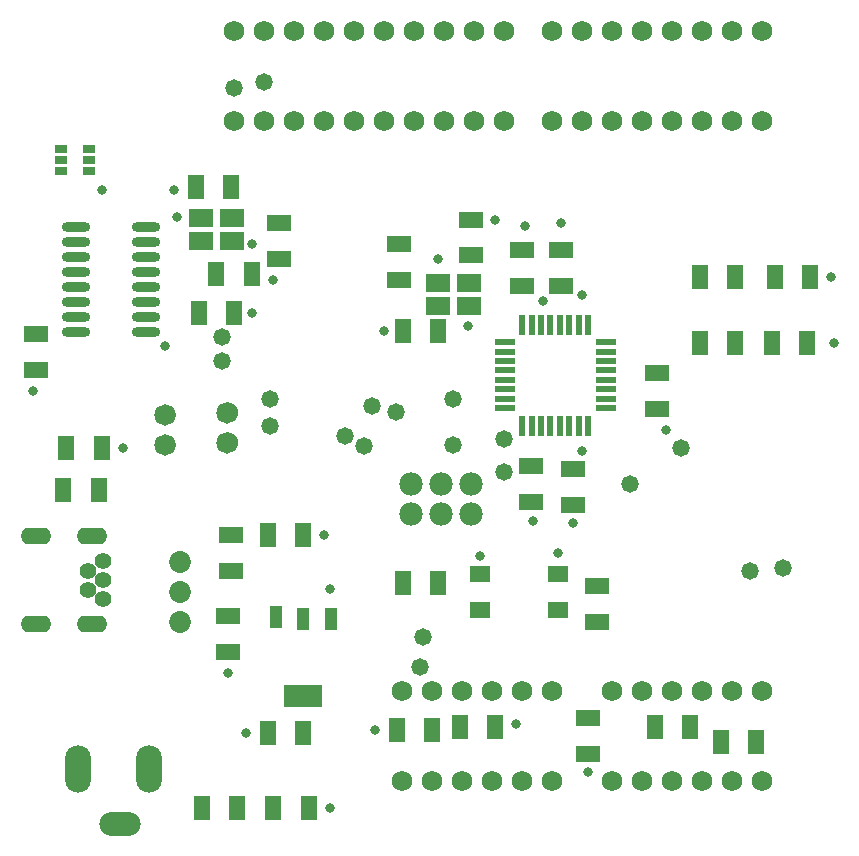
<source format=gts>
G04*
G04 #@! TF.GenerationSoftware,Altium Limited,Altium Designer,23.9.2 (47)*
G04*
G04 Layer_Color=8388736*
%FSLAX44Y44*%
%MOMM*%
G71*
G04*
G04 #@! TF.SameCoordinates,6B7264D5-F0A4-4F38-8353-537565517FE9*
G04*
G04*
G04 #@! TF.FilePolarity,Negative*
G04*
G01*
G75*
%ADD29C,0.0000*%
%ADD30R,1.3208X2.0066*%
%ADD31R,2.0066X1.3208*%
%ADD32R,1.7032X1.4032*%
%ADD33R,1.0414X1.9032*%
%ADD34R,3.3020X1.9032*%
%ADD35R,2.0032X1.6032*%
%ADD36R,0.5588X1.7008*%
%ADD37R,1.7008X0.5588*%
%ADD38O,2.4032X0.8128*%
%ADD39R,1.0508X0.7508*%
%ADD40C,1.9812*%
%ADD41C,1.7272*%
%ADD42C,1.8232*%
%ADD43C,1.8532*%
%ADD44O,2.6032X1.4032*%
%ADD45C,1.4032*%
%ADD46O,2.2032X4.0032*%
%ADD47O,3.5032X2.0032*%
%ADD48C,0.8382*%
%ADD49C,1.4732*%
D29*
X216256Y337185D02*
G03*
X216256Y337185I-8611J0D01*
G01*
Y362585D02*
G03*
X216256Y362585I-8611J0D01*
G01*
X163551Y335280D02*
G03*
X163551Y335280I-8611J0D01*
G01*
Y360680D02*
G03*
X163551Y360680I-8611J0D01*
G01*
D30*
X271780Y259080D02*
D03*
X241808D02*
D03*
X355854Y218440D02*
D03*
X385826D02*
D03*
X404114Y96520D02*
D03*
X434086D02*
D03*
X380746Y93980D02*
D03*
X350774D02*
D03*
X599186Y96520D02*
D03*
X569214D02*
D03*
X655066Y83820D02*
D03*
X625094D02*
D03*
X698246Y421640D02*
D03*
X668274D02*
D03*
X701040Y477520D02*
D03*
X671068D02*
D03*
X637286Y421640D02*
D03*
X607314D02*
D03*
X637286Y477520D02*
D03*
X607314D02*
D03*
X213106Y447040D02*
D03*
X183134D02*
D03*
X228092Y480060D02*
D03*
X198120D02*
D03*
X180594Y553720D02*
D03*
X210566D02*
D03*
X101092Y332740D02*
D03*
X71120D02*
D03*
X241554Y91440D02*
D03*
X271526D02*
D03*
X276352Y27940D02*
D03*
X246380D02*
D03*
X215646D02*
D03*
X185674D02*
D03*
X68580Y297180D02*
D03*
X98552D02*
D03*
X385826Y431800D02*
D03*
X355854D02*
D03*
D31*
X513080Y73914D02*
D03*
Y103886D02*
D03*
X500380Y284734D02*
D03*
Y314706D02*
D03*
X464820Y317246D02*
D03*
Y287274D02*
D03*
X571500Y395986D02*
D03*
Y366014D02*
D03*
X490220Y469900D02*
D03*
Y499872D02*
D03*
X457200Y470154D02*
D03*
Y500126D02*
D03*
X414020Y495808D02*
D03*
Y525780D02*
D03*
X353060Y475234D02*
D03*
Y505206D02*
D03*
X251460Y522986D02*
D03*
Y493014D02*
D03*
X45720Y429006D02*
D03*
Y399034D02*
D03*
X208280Y160274D02*
D03*
Y190246D02*
D03*
X210820Y258826D02*
D03*
Y228854D02*
D03*
X520700Y185674D02*
D03*
Y215646D02*
D03*
D32*
X487660Y225820D02*
D03*
X421660Y195820D02*
D03*
Y225820D02*
D03*
X487660Y195820D02*
D03*
D33*
X248666Y189940D02*
D03*
X271780Y187440D02*
D03*
X294894D02*
D03*
D34*
X271780Y122440D02*
D03*
D35*
X211320Y507960D02*
D03*
X184920Y527360D02*
D03*
X211320D02*
D03*
X184920Y507960D02*
D03*
X385580Y472480D02*
D03*
X411980Y453080D02*
D03*
X385580D02*
D03*
X411980Y472480D02*
D03*
D36*
X513080Y350900D02*
D03*
X505206D02*
D03*
X497078D02*
D03*
X489204D02*
D03*
X481076D02*
D03*
X473202D02*
D03*
X465074D02*
D03*
X457200D02*
D03*
Y436500D02*
D03*
X465074D02*
D03*
X473202D02*
D03*
X481076D02*
D03*
X489204D02*
D03*
X497078D02*
D03*
X505206D02*
D03*
X513080D02*
D03*
D37*
X527940Y422130D02*
D03*
Y414256D02*
D03*
Y406128D02*
D03*
Y398254D02*
D03*
Y390126D02*
D03*
Y382252D02*
D03*
Y374124D02*
D03*
Y366250D02*
D03*
X442340D02*
D03*
Y374124D02*
D03*
Y382252D02*
D03*
Y390126D02*
D03*
Y398254D02*
D03*
Y406128D02*
D03*
Y414256D02*
D03*
Y422130D02*
D03*
D38*
X138938Y430530D02*
D03*
Y443230D02*
D03*
Y455930D02*
D03*
Y468630D02*
D03*
Y481330D02*
D03*
Y494030D02*
D03*
Y506730D02*
D03*
Y519430D02*
D03*
X79502D02*
D03*
Y506730D02*
D03*
Y494030D02*
D03*
Y481330D02*
D03*
Y468630D02*
D03*
Y455930D02*
D03*
Y443230D02*
D03*
Y430530D02*
D03*
D39*
X90365Y567080D02*
D03*
Y576580D02*
D03*
Y586080D02*
D03*
X66740D02*
D03*
Y576580D02*
D03*
Y567080D02*
D03*
D40*
X414020Y302260D02*
D03*
Y276860D02*
D03*
X388620Y302260D02*
D03*
Y276860D02*
D03*
X363220Y302260D02*
D03*
Y276860D02*
D03*
D41*
X558800Y127000D02*
D03*
X533400D02*
D03*
X584200D02*
D03*
X609600D02*
D03*
X635000D02*
D03*
X660400D02*
D03*
Y609600D02*
D03*
X635000D02*
D03*
X609600D02*
D03*
X584200D02*
D03*
X558800D02*
D03*
X533400D02*
D03*
X508000D02*
D03*
X482600D02*
D03*
Y685800D02*
D03*
X508000D02*
D03*
X533400D02*
D03*
X558800D02*
D03*
X584200D02*
D03*
X609600D02*
D03*
X635000D02*
D03*
X660400D02*
D03*
X213360D02*
D03*
X238760D02*
D03*
X264160D02*
D03*
X289560D02*
D03*
X314960D02*
D03*
X340360D02*
D03*
X365760D02*
D03*
X391160D02*
D03*
X416560D02*
D03*
X441960D02*
D03*
X213360Y609600D02*
D03*
X238760D02*
D03*
X264160D02*
D03*
X289560D02*
D03*
X314960D02*
D03*
X340360D02*
D03*
X365760D02*
D03*
X391160D02*
D03*
X416560D02*
D03*
X441960D02*
D03*
X457200Y127000D02*
D03*
X482600D02*
D03*
X431800D02*
D03*
X406400D02*
D03*
X381000D02*
D03*
X355600D02*
D03*
X558800Y50800D02*
D03*
X533400D02*
D03*
X584200D02*
D03*
X609600D02*
D03*
X635000D02*
D03*
X660400D02*
D03*
X381000D02*
D03*
X355600D02*
D03*
X406400D02*
D03*
X431800D02*
D03*
X457200D02*
D03*
X482600D02*
D03*
D42*
X207645Y337185D02*
D03*
Y362585D02*
D03*
X154940Y335280D02*
D03*
Y360680D02*
D03*
D43*
X167640Y185420D02*
D03*
Y210820D02*
D03*
Y236220D02*
D03*
D44*
X45402Y183780D02*
D03*
X92901D02*
D03*
Y258180D02*
D03*
X45402D02*
D03*
D45*
X101918Y236780D02*
D03*
X89881Y228782D02*
D03*
Y212782D02*
D03*
X101918Y220781D02*
D03*
Y204781D02*
D03*
D46*
X141280Y60960D02*
D03*
X81280D02*
D03*
D47*
X116280Y14460D02*
D03*
D48*
X421640Y241300D02*
D03*
X487680Y243840D02*
D03*
X513080Y58420D02*
D03*
X332740Y93980D02*
D03*
X452120Y99060D02*
D03*
X340360Y431800D02*
D03*
X434340Y525780D02*
D03*
X294640Y213360D02*
D03*
X466076Y270524D02*
D03*
X718820Y477520D02*
D03*
X721360Y421640D02*
D03*
X411480Y436245D02*
D03*
X246380Y474980D02*
D03*
X508000Y330200D02*
D03*
X579120Y347980D02*
D03*
X474980Y457200D02*
D03*
X43180Y381000D02*
D03*
X101600Y551180D02*
D03*
X154940Y419100D02*
D03*
X508000Y462280D02*
D03*
X228600Y447040D02*
D03*
X208280Y142240D02*
D03*
X289560Y259080D02*
D03*
X119380Y332740D02*
D03*
X162560Y551180D02*
D03*
X165100Y528320D02*
D03*
X228600Y505460D02*
D03*
X386080Y492760D02*
D03*
X459740Y520700D02*
D03*
X490220Y523240D02*
D03*
X500380Y269240D02*
D03*
X223520Y91440D02*
D03*
X294640Y27940D02*
D03*
D49*
X373380Y172720D02*
D03*
X370840Y147320D02*
D03*
X307340Y342900D02*
D03*
X323504Y334356D02*
D03*
X329982Y368082D02*
D03*
X398780Y335280D02*
D03*
Y374124D02*
D03*
X441960Y340360D02*
D03*
X350520Y363220D02*
D03*
X441960Y312420D02*
D03*
X238760Y642620D02*
D03*
X213360Y637610D02*
D03*
X678180Y231140D02*
D03*
X650240Y228600D02*
D03*
X591820Y332740D02*
D03*
X548640Y302260D02*
D03*
X243840Y351155D02*
D03*
Y374015D02*
D03*
X203200Y406400D02*
D03*
Y426720D02*
D03*
M02*

</source>
